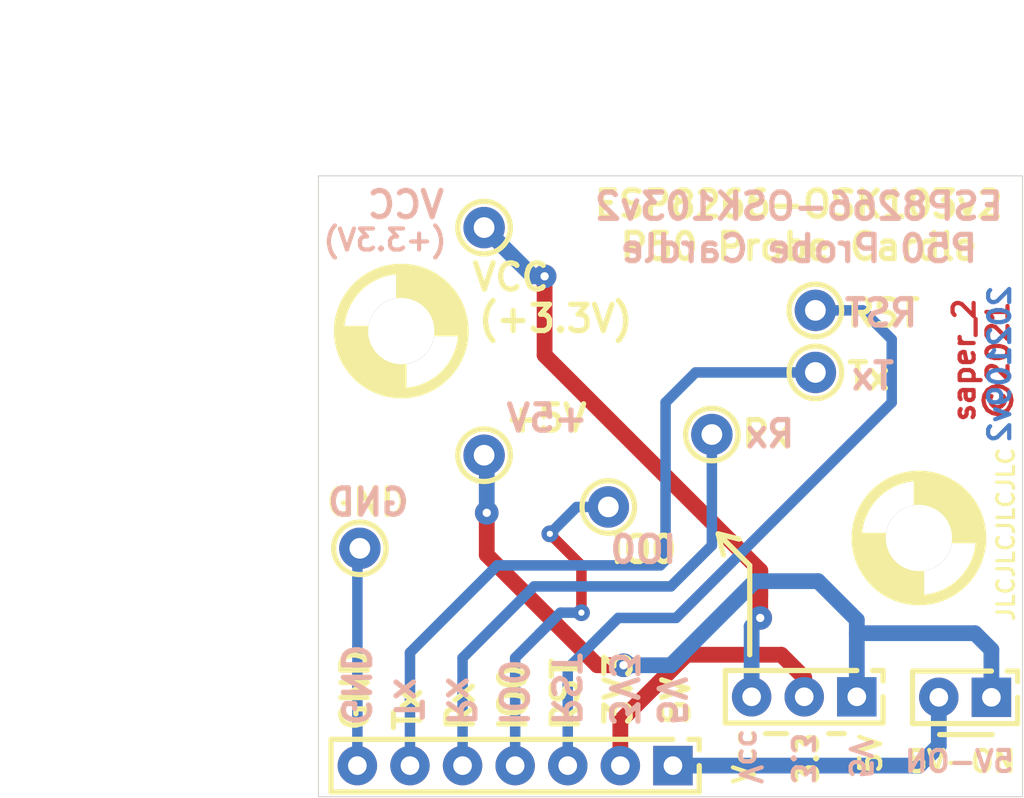
<source format=kicad_pcb>
(kicad_pcb (version 20171130) (host pcbnew "(5.1.10)-1")

  (general
    (thickness 1.6)
    (drawings 91)
    (tracks 67)
    (zones 0)
    (modules 12)
    (nets 10)
  )

  (page A4)
  (layers
    (0 F.Cu signal)
    (31 B.Cu signal)
    (32 B.Adhes user hide)
    (33 F.Adhes user hide)
    (34 B.Paste user hide)
    (35 F.Paste user hide)
    (36 B.SilkS user)
    (37 F.SilkS user)
    (38 B.Mask user)
    (39 F.Mask user)
    (40 Dwgs.User user)
    (41 Cmts.User user hide)
    (42 Eco1.User user hide)
    (43 Eco2.User user hide)
    (44 Edge.Cuts user)
    (45 Margin user)
    (46 B.CrtYd user hide)
    (47 F.CrtYd user hide)
    (48 B.Fab user hide)
    (49 F.Fab user hide)
  )

  (setup
    (last_trace_width 0.254)
    (user_trace_width 0.2032)
    (user_trace_width 0.254)
    (user_trace_width 0.3048)
    (user_trace_width 0.381)
    (user_trace_width 0.508)
    (user_trace_width 0.635)
    (user_trace_width 0.762)
    (user_trace_width 0.889)
    (trace_clearance 0.254)
    (zone_clearance 0.254)
    (zone_45_only no)
    (trace_min 0.2)
    (via_size 0.8128)
    (via_drill 0.3)
    (via_min_size 0.4)
    (via_min_drill 0.3)
    (user_via 0.8128 0.3)
    (user_via 1.143 0.4)
    (uvia_size 0.3)
    (uvia_drill 0.1)
    (uvias_allowed no)
    (uvia_min_size 0.2)
    (uvia_min_drill 0.1)
    (edge_width 0.05)
    (segment_width 0.2)
    (pcb_text_width 0.3)
    (pcb_text_size 1.5 1.5)
    (mod_edge_width 0.1524)
    (mod_text_size 1.016 1.016)
    (mod_text_width 0.2032)
    (pad_size 1.6 2)
    (pad_drill 0)
    (pad_to_mask_clearance 0)
    (aux_axis_origin 106 110)
    (grid_origin 106 110)
    (visible_elements 7FFFFF7F)
    (pcbplotparams
      (layerselection 0x030f0_ffffffff)
      (usegerberextensions false)
      (usegerberattributes false)
      (usegerberadvancedattributes false)
      (creategerberjobfile false)
      (excludeedgelayer true)
      (linewidth 0.100000)
      (plotframeref false)
      (viasonmask false)
      (mode 1)
      (useauxorigin false)
      (hpglpennumber 1)
      (hpglpenspeed 20)
      (hpglpendiameter 15.000000)
      (psnegative false)
      (psa4output false)
      (plotreference false)
      (plotvalue false)
      (plotinvisibletext false)
      (padsonsilk false)
      (subtractmaskfromsilk false)
      (outputformat 1)
      (mirror false)
      (drillshape 0)
      (scaleselection 1)
      (outputdirectory "out/"))
  )

  (net 0 "")
  (net 1 GND)
  (net 2 +5V)
  (net 3 VCC)
  (net 4 /RST)
  (net 5 /Rx)
  (net 6 /Tx)
  (net 7 /IO0)
  (net 8 /5V)
  (net 9 /3V3)

  (net_class Default "This is the default net class."
    (clearance 0.254)
    (trace_width 0.254)
    (via_dia 0.8128)
    (via_drill 0.3)
    (uvia_dia 0.3)
    (uvia_drill 0.1)
    (add_net +5V)
    (add_net /3V3)
    (add_net /5V)
    (add_net /IO0)
    (add_net /RST)
    (add_net /Rx)
    (add_net /Tx)
    (add_net GND)
    (add_net VCC)
  )

  (module MyConnectors:PAD_SpingProbe_R50-2C locked (layer F.Cu) (tedit 613BDB73) (tstamp 613C0FB1)
    (at 114 93.5)
    (path /61438285)
    (fp_text reference TP1 (at 1.27 0 unlocked) (layer F.SilkS) hide
      (effects (font (size 1.016 1.016) (thickness 0.2032)) (justify left))
    )
    (fp_text value TP (at 0 -0.508) (layer F.Fab) hide
      (effects (font (size 0.1 0.1) (thickness 0.01)))
    )
    (fp_circle (center 0 0) (end -1.27 0) (layer F.SilkS) (width 0.254))
    (pad 1 thru_hole circle (at 0 0) (size 2 2) (drill 1) (layers *.Cu *.Mask)
      (net 2 +5V))
    (model ${KISYS3DMOD}/Connectors/R50-2C+P50-B1.stp
      (offset (xyz 0 0 11))
      (scale (xyz 1 1 1))
      (rotate (xyz 0 180 0))
    )
  )

  (module MyConnectors:PAD_SpingProbe_R50-2C locked (layer F.Cu) (tedit 613BDB73) (tstamp 613C20A4)
    (at 114 82.5)
    (path /6142E35C)
    (fp_text reference TP2 (at 1.27 0 unlocked) (layer F.SilkS) hide
      (effects (font (size 1.016 1.016) (thickness 0.2032)) (justify left))
    )
    (fp_text value TP (at 0 -0.508) (layer F.Fab) hide
      (effects (font (size 0.1 0.1) (thickness 0.01)))
    )
    (fp_circle (center 0 0) (end -1.27 0) (layer F.SilkS) (width 0.254))
    (pad 1 thru_hole circle (at 0 0) (size 2 2) (drill 1) (layers *.Cu *.Mask)
      (net 3 VCC))
    (model ${KISYS3DMOD}/Connectors/R50-2C+P50-B1.stp
      (offset (xyz 0 0 11))
      (scale (xyz 1 1 1))
      (rotate (xyz 0 180 0))
    )
  )

  (module MyConnectors:PAD_SpingProbe_R50-2C locked (layer F.Cu) (tedit 613BDB73) (tstamp 613C20CB)
    (at 130 86.5)
    (path /6142FDDB)
    (fp_text reference TP3 (at 1.27 0 unlocked) (layer F.SilkS) hide
      (effects (font (size 1.016 1.016) (thickness 0.2032)) (justify left))
    )
    (fp_text value TP (at 0 -0.508) (layer F.Fab) hide
      (effects (font (size 0.1 0.1) (thickness 0.01)))
    )
    (fp_circle (center 0 0) (end -1.27 0) (layer F.SilkS) (width 0.254))
    (pad 1 thru_hole circle (at 0 0) (size 2 2) (drill 1) (layers *.Cu *.Mask)
      (net 4 /RST))
    (model ${KISYS3DMOD}/Connectors/R50-2C+P50-B1.stp
      (offset (xyz 0 0 11))
      (scale (xyz 1 1 1))
      (rotate (xyz 0 180 0))
    )
  )

  (module MyConnectors:PAD_SpingProbe_R50-2C locked (layer F.Cu) (tedit 613BDB73) (tstamp 613C0FC3)
    (at 120 96)
    (path /61430400)
    (fp_text reference TP4 (at 1.27 0 unlocked) (layer F.SilkS) hide
      (effects (font (size 1.016 1.016) (thickness 0.2032)) (justify left))
    )
    (fp_text value TP (at 0 -0.508) (layer F.Fab) hide
      (effects (font (size 0.1 0.1) (thickness 0.01)))
    )
    (fp_circle (center 0 0) (end -1.27 0) (layer F.SilkS) (width 0.254))
    (pad 1 thru_hole circle (at 0 0) (size 2 2) (drill 1) (layers *.Cu *.Mask)
      (net 7 /IO0))
    (model ${KISYS3DMOD}/Connectors/R50-2C+P50-B1.stp
      (offset (xyz 0 0 11))
      (scale (xyz 1 1 1))
      (rotate (xyz 0 180 0))
    )
  )

  (module MyConnectors:PAD_SpingProbe_R50-2C locked (layer F.Cu) (tedit 613BDB73) (tstamp 613C0FC9)
    (at 125 92.5)
    (path /61430739)
    (fp_text reference TP5 (at 1.27 0 unlocked) (layer F.SilkS) hide
      (effects (font (size 1.016 1.016) (thickness 0.2032)) (justify left))
    )
    (fp_text value TP (at 0 -0.508) (layer F.Fab) hide
      (effects (font (size 0.1 0.1) (thickness 0.01)))
    )
    (fp_circle (center 0 0) (end -1.27 0) (layer F.SilkS) (width 0.254))
    (pad 1 thru_hole circle (at 0 0) (size 2 2) (drill 1) (layers *.Cu *.Mask)
      (net 5 /Rx))
    (model ${KISYS3DMOD}/Connectors/R50-2C+P50-B1.stp
      (offset (xyz 0 0 11))
      (scale (xyz 1 1 1))
      (rotate (xyz 0 180 0))
    )
  )

  (module MyConnectors:PAD_SpingProbe_R50-2C locked (layer F.Cu) (tedit 613BDB73) (tstamp 613C0FCF)
    (at 130 89.5)
    (path /6143096A)
    (fp_text reference TP6 (at 1.27 0 unlocked) (layer F.SilkS) hide
      (effects (font (size 1.016 1.016) (thickness 0.2032)) (justify left))
    )
    (fp_text value TP (at 0 -0.508) (layer F.Fab) hide
      (effects (font (size 0.1 0.1) (thickness 0.01)))
    )
    (fp_circle (center 0 0) (end -1.27 0) (layer F.SilkS) (width 0.254))
    (pad 1 thru_hole circle (at 0 0) (size 2 2) (drill 1) (layers *.Cu *.Mask)
      (net 6 /Tx))
    (model ${KISYS3DMOD}/Connectors/R50-2C+P50-B1.stp
      (offset (xyz 0 0 11))
      (scale (xyz 1 1 1))
      (rotate (xyz 0 180 0))
    )
  )

  (module MyConnectors:PAD_SpingProbe_R50-2C locked (layer F.Cu) (tedit 613BDB73) (tstamp 613C0FD5)
    (at 108 98)
    (path /61430F1B)
    (fp_text reference TP7 (at 1.27 0 unlocked) (layer F.SilkS) hide
      (effects (font (size 1.016 1.016) (thickness 0.2032)) (justify left))
    )
    (fp_text value TP (at 0 -0.508) (layer F.Fab) hide
      (effects (font (size 0.1 0.1) (thickness 0.01)))
    )
    (fp_circle (center 0 0) (end -1.27 0) (layer F.SilkS) (width 0.254))
    (pad 1 thru_hole circle (at 0 0) (size 2 2) (drill 1) (layers *.Cu *.Mask)
      (net 1 GND))
    (model ${KISYS3DMOD}/Connectors/R50-2C+P50-B1.stp
      (offset (xyz 0 0 11))
      (scale (xyz 1 1 1))
      (rotate (xyz 0 180 0))
    )
  )

  (module MyMechanicals:MHOLE-3.2MM (layer F.Cu) (tedit 60903050) (tstamp 613C0F65)
    (at 135 97.5)
    (path /613C8AE7)
    (fp_text reference MH1 (at 0.508 4.064) (layer F.SilkS) hide
      (effects (font (size 1 1) (thickness 0.15)))
    )
    (fp_text value 3mm (at -0.254 -4.318) (layer F.Fab) hide
      (effects (font (size 1 1) (thickness 0.15)))
    )
    (fp_line (start 0 0) (end -0.508 2.794) (layer F.SilkS) (width 0.508))
    (fp_line (start 0 0) (end -0.762 2.54) (layer F.SilkS) (width 0.508))
    (fp_line (start 0 0) (end -1.016 2.54) (layer F.SilkS) (width 0.508))
    (fp_line (start 0 0) (end -1.27 2.54) (layer F.SilkS) (width 0.508))
    (fp_line (start 0 0) (end -1.524 2.286) (layer F.SilkS) (width 0.508))
    (fp_line (start 0 0) (end -1.778 2.032) (layer F.SilkS) (width 0.508))
    (fp_line (start 0 0) (end -2.032 1.778) (layer F.SilkS) (width 0.508))
    (fp_line (start 0 0) (end -2.286 1.524) (layer F.SilkS) (width 0.508))
    (fp_line (start 0 0) (end -2.54 1.27) (layer F.SilkS) (width 0.508))
    (fp_line (start 0 0) (end -2.54 1.016) (layer F.SilkS) (width 0.508))
    (fp_line (start 0 0) (end -2.794 0.762) (layer F.SilkS) (width 0.508))
    (fp_line (start 0 0) (end -2.794 0.508) (layer F.SilkS) (width 0.508))
    (fp_line (start 0 0) (end -2.794 0.254) (layer F.SilkS) (width 0.508))
    (fp_line (start 0 0) (end 2.794 -0.254) (layer F.SilkS) (width 0.508))
    (fp_line (start 0 0) (end 2.794 -0.762) (layer F.SilkS) (width 0.508))
    (fp_line (start 0 0) (end 2.54 -1.016) (layer F.SilkS) (width 0.508))
    (fp_line (start 0 0) (end 2.54 -1.524) (layer F.SilkS) (width 0.508))
    (fp_line (start 0 0) (end 2.286 -1.778) (layer F.SilkS) (width 0.508))
    (fp_line (start 0 0) (end 2.032 -2.032) (layer F.SilkS) (width 0.508))
    (fp_line (start 0 0) (end 1.778 -2.286) (layer F.SilkS) (width 0.508))
    (fp_line (start 0 0) (end 1.524 -2.54) (layer F.SilkS) (width 0.508))
    (fp_line (start 0 0) (end 0.762 -2.794) (layer F.SilkS) (width 0.508))
    (fp_line (start 0 0) (end 1.016 -2.54) (layer F.SilkS) (width 0.508))
    (fp_line (start 0 0) (end 0.508 -2.794) (layer F.SilkS) (width 0.508))
    (fp_line (start 0 0) (end 2.794 0) (layer F.SilkS) (width 0.508))
    (fp_line (start 0 0) (end -2.794 0) (layer F.SilkS) (width 0.508))
    (fp_line (start 0 0) (end 0 2.794) (layer F.SilkS) (width 0.508))
    (fp_line (start 0 0) (end 0 -2.794) (layer F.SilkS) (width 0.508))
    (fp_circle (center 0 0) (end 3 0) (layer F.SilkS) (width 0.508))
    (fp_circle (center 0 0) (end 3 0) (layer F.CrtYd) (width 0.254))
    (pad x thru_hole circle (at 0 0) (size 3.2 3.2) (drill 3.2) (layers *.Cu *.Mask F.SilkS))
  )

  (module MyMechanicals:MHOLE-3.2MM (layer F.Cu) (tedit 60903050) (tstamp 613C0FAB)
    (at 110 87.5)
    (path /613C950F)
    (fp_text reference MH3 (at 0.508 4.064) (layer F.SilkS) hide
      (effects (font (size 1 1) (thickness 0.15)))
    )
    (fp_text value 3mm (at -0.254 -4.318) (layer F.Fab) hide
      (effects (font (size 1 1) (thickness 0.15)))
    )
    (fp_line (start 0 0) (end -0.508 2.794) (layer F.SilkS) (width 0.508))
    (fp_line (start 0 0) (end -0.762 2.54) (layer F.SilkS) (width 0.508))
    (fp_line (start 0 0) (end -1.016 2.54) (layer F.SilkS) (width 0.508))
    (fp_line (start 0 0) (end -1.27 2.54) (layer F.SilkS) (width 0.508))
    (fp_line (start 0 0) (end -1.524 2.286) (layer F.SilkS) (width 0.508))
    (fp_line (start 0 0) (end -1.778 2.032) (layer F.SilkS) (width 0.508))
    (fp_line (start 0 0) (end -2.032 1.778) (layer F.SilkS) (width 0.508))
    (fp_line (start 0 0) (end -2.286 1.524) (layer F.SilkS) (width 0.508))
    (fp_line (start 0 0) (end -2.54 1.27) (layer F.SilkS) (width 0.508))
    (fp_line (start 0 0) (end -2.54 1.016) (layer F.SilkS) (width 0.508))
    (fp_line (start 0 0) (end -2.794 0.762) (layer F.SilkS) (width 0.508))
    (fp_line (start 0 0) (end -2.794 0.508) (layer F.SilkS) (width 0.508))
    (fp_line (start 0 0) (end -2.794 0.254) (layer F.SilkS) (width 0.508))
    (fp_line (start 0 0) (end 2.794 -0.254) (layer F.SilkS) (width 0.508))
    (fp_line (start 0 0) (end 2.794 -0.762) (layer F.SilkS) (width 0.508))
    (fp_line (start 0 0) (end 2.54 -1.016) (layer F.SilkS) (width 0.508))
    (fp_line (start 0 0) (end 2.54 -1.524) (layer F.SilkS) (width 0.508))
    (fp_line (start 0 0) (end 2.286 -1.778) (layer F.SilkS) (width 0.508))
    (fp_line (start 0 0) (end 2.032 -2.032) (layer F.SilkS) (width 0.508))
    (fp_line (start 0 0) (end 1.778 -2.286) (layer F.SilkS) (width 0.508))
    (fp_line (start 0 0) (end 1.524 -2.54) (layer F.SilkS) (width 0.508))
    (fp_line (start 0 0) (end 0.762 -2.794) (layer F.SilkS) (width 0.508))
    (fp_line (start 0 0) (end 1.016 -2.54) (layer F.SilkS) (width 0.508))
    (fp_line (start 0 0) (end 0.508 -2.794) (layer F.SilkS) (width 0.508))
    (fp_line (start 0 0) (end 2.794 0) (layer F.SilkS) (width 0.508))
    (fp_line (start 0 0) (end -2.794 0) (layer F.SilkS) (width 0.508))
    (fp_line (start 0 0) (end 0 2.794) (layer F.SilkS) (width 0.508))
    (fp_line (start 0 0) (end 0 -2.794) (layer F.SilkS) (width 0.508))
    (fp_circle (center 0 0) (end 3 0) (layer F.SilkS) (width 0.508))
    (fp_circle (center 0 0) (end 3 0) (layer F.CrtYd) (width 0.254))
    (pad x thru_hole circle (at 0 0) (size 3.2 3.2) (drill 3.2) (layers *.Cu *.Mask F.SilkS))
  )

  (module MyHeaders:HDR1X07_V (layer F.Cu) (tedit 613BC62B) (tstamp 613C1FFC)
    (at 123.12 108.5 270)
    (descr "Pin header, 2.54mm pitch, vertical")
    (tags "GOLDPIN 01X07")
    (path /613D1547)
    (fp_text reference J1 (at -1.27 -2.286 90) (layer F.SilkS) hide
      (effects (font (size 1.016 1.016) (thickness 0.2032)) (justify right))
    )
    (fp_text value PROG (at 0 -0.508 90) (layer F.Fab) hide
      (effects (font (size 0.0254 0.0254) (thickness 0.00254)))
    )
    (fp_line (start -1.397 16.637) (end -1.397 -1.397) (layer F.CrtYd) (width 0.0508))
    (fp_line (start 1.397 16.637) (end -1.397 16.637) (layer F.CrtYd) (width 0.0508))
    (fp_line (start 1.397 -1.397) (end 1.397 16.637) (layer F.CrtYd) (width 0.0508))
    (fp_line (start -1.397 -1.397) (end 1.397 -1.397) (layer F.CrtYd) (width 0.0508))
    (fp_line (start -1.27 -1.27) (end -1.27 -0.762) (layer F.SilkS) (width 0.254))
    (fp_line (start -1.27 -1.27) (end -0.762 -1.27) (layer F.SilkS) (width 0.254))
    (fp_line (start -1.27 0) (end -1.27 16.51) (layer F.SilkS) (width 0.254))
    (fp_line (start 1.27 -1.27) (end 0 -1.27) (layer F.SilkS) (width 0.254))
    (fp_line (start 1.27 16.51) (end 1.27 -1.27) (layer F.SilkS) (width 0.254))
    (fp_line (start -1.27 16.51) (end 1.27 16.51) (layer F.SilkS) (width 0.254))
    (pad 7 thru_hole circle (at 0 15.24 270) (size 1.905 1.905) (drill 0.9) (layers *.Cu *.Mask)
      (net 1 GND))
    (pad 1 thru_hole rect (at 0 0 270) (size 1.905 1.905) (drill 0.9) (layers *.Cu *.Mask)
      (net 8 /5V))
    (pad 2 thru_hole circle (at 0 2.54 270) (size 1.905 1.905) (drill 0.9) (layers *.Cu *.Mask)
      (net 9 /3V3))
    (pad 3 thru_hole circle (at 0 5.08 270) (size 1.905 1.905) (drill 0.9) (layers *.Cu *.Mask)
      (net 4 /RST))
    (pad 4 thru_hole circle (at 0 7.62 270) (size 1.905 1.905) (drill 0.9) (layers *.Cu *.Mask)
      (net 7 /IO0))
    (pad 5 thru_hole circle (at 0 10.16 270) (size 1.905 1.905) (drill 0.9) (layers *.Cu *.Mask)
      (net 5 /Rx))
    (pad 6 thru_hole circle (at 0 12.7 270) (size 1.905 1.905) (drill 0.9) (layers *.Cu *.Mask)
      (net 6 /Tx))
    (model ${KISYS3DMOD}/github/Connector_PinHeader_2.54mm.3dshapes/PinHeader_1x07_P2.54mm_Vertical.wrl
      (at (xyz 0 0 0))
      (scale (xyz 1 1 1))
      (rotate (xyz 0 0 0))
    )
  )

  (module MyHeaders:HDR1X03_V (layer F.Cu) (tedit 613BC58D) (tstamp 613C2020)
    (at 132 105.174 270)
    (descr "Pin header, 2.54mm pitch, vertical")
    (tags "GOLDPIN 1X03")
    (path /613CF35D)
    (fp_text reference JP1 (at -1.27 -2.286 90) (layer F.SilkS) hide
      (effects (font (size 1.016 1.016) (thickness 0.2032)) (justify right))
    )
    (fp_text value PowerSel (at 0 -0.508 90) (layer F.Fab) hide
      (effects (font (size 0.0254 0.0254) (thickness 0.00254)))
    )
    (fp_line (start -1.27 6.35) (end 1.27 6.35) (layer F.SilkS) (width 0.254))
    (fp_line (start 1.27 6.35) (end 1.27 -1.27) (layer F.SilkS) (width 0.254))
    (fp_line (start 1.27 -1.27) (end 0 -1.27) (layer F.SilkS) (width 0.254))
    (fp_line (start -1.27 0) (end -1.27 6.35) (layer F.SilkS) (width 0.254))
    (fp_line (start -1.27 -1.27) (end -0.762 -1.27) (layer F.SilkS) (width 0.254))
    (fp_line (start -1.27 -1.27) (end -1.27 -0.762) (layer F.SilkS) (width 0.254))
    (fp_line (start -1.397 -1.397) (end 1.397 -1.397) (layer F.CrtYd) (width 0.0508))
    (fp_line (start 1.397 -1.397) (end 1.397 6.477) (layer F.CrtYd) (width 0.0508))
    (fp_line (start 1.397 6.477) (end -1.397 6.477) (layer F.CrtYd) (width 0.0508))
    (fp_line (start -1.397 6.477) (end -1.397 -1.397) (layer F.CrtYd) (width 0.0508))
    (pad 1 thru_hole rect (at 0 0 270) (size 1.905 1.905) (drill 0.9) (layers *.Cu *.Mask)
      (net 2 +5V))
    (pad 2 thru_hole circle (at 0 2.54 270) (size 1.905 1.905) (drill 0.9) (layers *.Cu *.Mask)
      (net 9 /3V3))
    (pad 3 thru_hole circle (at 0 5.08 270) (size 1.905 1.905) (drill 0.9) (layers *.Cu *.Mask)
      (net 3 VCC))
    (model ${KISYS3DMOD}/github/Connector_PinHeader_2.54mm.3dshapes/PinHeader_1x03_P2.54mm_Vertical.wrl
      (at (xyz 0 0 0))
      (scale (xyz 1 1 1))
      (rotate (xyz 0 0 0))
    )
  )

  (module MyHeaders:HDR1X02_V (layer F.Cu) (tedit 60EB6AFF) (tstamp 613C2030)
    (at 138.5 105.2 270)
    (descr "Pin header, 2.54mm pitch, vertical")
    (tags "GOLDPIN 2X01 1X02")
    (path /613D25C1)
    (fp_text reference JP2 (at -1.294 -3.314 90) (layer F.SilkS) hide
      (effects (font (size 1.016 1.016) (thickness 0.2032)) (justify right))
    )
    (fp_text value 5V-ON (at 0 -1 90) (layer F.Fab) hide
      (effects (font (size 0.0254 0.0254) (thickness 0.00254)))
    )
    (fp_line (start -1.27 -1.27) (end -1.27 -0.762) (layer F.SilkS) (width 0.254))
    (fp_line (start -1.27 -1.27) (end -0.762 -1.27) (layer F.SilkS) (width 0.254))
    (fp_line (start -1.27 0) (end -1.27 3.81) (layer F.SilkS) (width 0.254))
    (fp_line (start 1.27 -1.27) (end 0 -1.27) (layer F.SilkS) (width 0.254))
    (fp_line (start 1.27 3.81) (end 1.27 -1.27) (layer F.SilkS) (width 0.254))
    (fp_line (start -1.27 3.81) (end 1.27 3.81) (layer F.SilkS) (width 0.254))
    (fp_line (start -1.397 -1.397) (end -1.397 3.937) (layer F.CrtYd) (width 0.05))
    (fp_line (start -1.397 3.937) (end 1.397 3.937) (layer F.CrtYd) (width 0.05))
    (fp_line (start 1.397 3.937) (end 1.397 -1.397) (layer F.CrtYd) (width 0.05))
    (fp_line (start 1.397 -1.397) (end -1.397 -1.397) (layer F.CrtYd) (width 0.05))
    (pad 2 thru_hole oval (at 0 2.54 270) (size 1.905 1.905) (drill 0.9) (layers *.Cu *.Mask)
      (net 8 /5V))
    (pad 1 thru_hole rect (at 0 0 270) (size 1.905 1.905) (drill 0.9) (layers *.Cu *.Mask)
      (net 2 +5V))
    (model ${KISYS3DMOD}/github/Connector_PinHeader_2.54mm.3dshapes/PinHeader_1x02_P2.54mm_Vertical.wrl
      (at (xyz 0 0 0))
      (scale (xyz 1 1 1))
      (rotate (xyz 0 0 0))
    )
  )

  (gr_text 202109v2 (at 138.9 89.1 90) (layer B.Mask) (tstamp 613C2849)
    (effects (font (size 1.016 1.016) (thickness 0.2032)) (justify mirror))
  )
  (gr_text 202109v2 (at 138.9 89.1 90) (layer B.Cu) (tstamp 613C2763)
    (effects (font (size 1.016 1.016) (thickness 0.2032)) (justify mirror))
  )
  (gr_text "saper_2\n©2021" (at 138 88.9 90) (layer F.Mask) (tstamp 613C275E)
    (effects (font (size 1.016 1.016) (thickness 0.2032)))
  )
  (gr_text "saper_2\n©2021" (at 138 88.9 90) (layer F.Cu)
    (effects (font (size 1.016 1.016) (thickness 0.2032)))
  )
  (gr_text "ESP8266-OSK103v2\nP50 Probe Cardle\n" (at 129.2 82.5) (layer B.SilkS) (tstamp 613C27E1)
    (effects (font (size 1.27 1.27) (thickness 0.254)) (justify mirror))
  )
  (gr_text "ESP8266-OSK103v2\nP50 Probe Cardle\n" (at 129.2 82.4) (layer F.SilkS) (tstamp 613C27E4)
    (effects (font (size 1.27 1.27) (thickness 0.254)))
  )
  (gr_text JLCJLCJLCJLC (at 139.2 101.6 90) (layer F.SilkS)
    (effects (font (size 0.8128 0.8128) (thickness 0.1524)) (justify left))
  )
  (gr_line (start 135 97.5) (end 135 87.5) (layer Dwgs.User) (width 0.15))
  (dimension 4 (width 0.15) (layer Dwgs.User)
    (gr_text "4 mm" (at 109 76.800001) (layer Dwgs.User)
      (effects (font (size 1 1) (thickness 0.15)))
    )
    (feature1 (pts (xy 106 80) (xy 106 77.51358)))
    (feature2 (pts (xy 110 80) (xy 110 77.51358)))
    (crossbar (pts (xy 110 78.100001) (xy 106 78.100001)))
    (arrow1a (pts (xy 106 78.100001) (xy 107.126504 77.51358)))
    (arrow1b (pts (xy 106 78.100001) (xy 107.126504 78.686422)))
    (arrow2a (pts (xy 110 78.100001) (xy 108.873496 77.51358)))
    (arrow2b (pts (xy 110 78.100001) (xy 108.873496 78.686422)))
  )
  (dimension 25 (width 0.15) (layer Dwgs.User) (tstamp 613C27DC)
    (gr_text "25.000 mm" (at 122.5 76.8) (layer Dwgs.User) (tstamp 613C27DC)
      (effects (font (size 1 1) (thickness 0.15)))
    )
    (feature1 (pts (xy 135 87.5) (xy 135 77.513579)))
    (feature2 (pts (xy 110 87.5) (xy 110 77.513579)))
    (crossbar (pts (xy 110 78.1) (xy 135 78.1)))
    (arrow1a (pts (xy 135 78.1) (xy 133.873496 78.686421)))
    (arrow1b (pts (xy 135 78.1) (xy 133.873496 77.513579)))
    (arrow2a (pts (xy 110 78.1) (xy 111.126504 78.686421)))
    (arrow2b (pts (xy 110 78.1) (xy 111.126504 77.513579)))
  )
  (dimension 10 (width 0.15) (layer Dwgs.User)
    (gr_text "10.000 mm" (at 102.3 92.5 90) (layer Dwgs.User)
      (effects (font (size 1 1) (thickness 0.15)))
    )
    (feature1 (pts (xy 104.2 87.5) (xy 103.013579 87.5)))
    (feature2 (pts (xy 104.2 97.5) (xy 103.013579 97.5)))
    (crossbar (pts (xy 103.6 97.5) (xy 103.6 87.5)))
    (arrow1a (pts (xy 103.6 87.5) (xy 104.186421 88.626504)))
    (arrow1b (pts (xy 103.6 87.5) (xy 103.013579 88.626504)))
    (arrow2a (pts (xy 103.6 97.5) (xy 104.186421 96.373496)))
    (arrow2b (pts (xy 103.6 97.5) (xy 103.013579 96.373496)))
  )
  (dimension 12.5 (width 0.15) (layer Dwgs.User)
    (gr_text "12.500 mm" (at 102.9 103.75 270) (layer Dwgs.User)
      (effects (font (size 1 1) (thickness 0.15)))
    )
    (feature1 (pts (xy 135 110) (xy 103.613579 110)))
    (feature2 (pts (xy 135 97.5) (xy 103.613579 97.5)))
    (crossbar (pts (xy 104.2 97.5) (xy 104.2 110)))
    (arrow1a (pts (xy 104.2 110) (xy 103.613579 108.873496)))
    (arrow1b (pts (xy 104.2 110) (xy 104.786421 108.873496)))
    (arrow2a (pts (xy 104.2 97.5) (xy 103.613579 98.626504)))
    (arrow2b (pts (xy 104.2 97.5) (xy 104.786421 98.626504)))
  )
  (dimension 22.5 (width 0.15) (layer Dwgs.User)
    (gr_text "22.500 mm" (at 99.7 98.75 270) (layer Dwgs.User)
      (effects (font (size 1 1) (thickness 0.15)))
    )
    (feature1 (pts (xy 110 110) (xy 100.413579 110)))
    (feature2 (pts (xy 110 87.5) (xy 100.413579 87.5)))
    (crossbar (pts (xy 101 87.5) (xy 101 110)))
    (arrow1a (pts (xy 101 110) (xy 100.413579 108.873496)))
    (arrow1b (pts (xy 101 110) (xy 101.586421 108.873496)))
    (arrow2a (pts (xy 101 87.5) (xy 100.413579 88.626504)))
    (arrow2b (pts (xy 101 87.5) (xy 101.586421 88.626504)))
  )
  (gr_text "(+3.3V)" (at 112.3 83.1) (layer B.SilkS) (tstamp 613C26B7)
    (effects (font (size 1.016 1.016) (thickness 0.2032)) (justify left mirror))
  )
  (gr_text VCC (at 112.2 81.4) (layer B.SilkS) (tstamp 613C2743)
    (effects (font (size 1.27 1.27) (thickness 0.254)) (justify left mirror))
  )
  (gr_text Tx (at 133.94 89.68) (layer B.SilkS) (tstamp 613C26A2)
    (effects (font (size 1.27 1.27) (thickness 0.254)) (justify left mirror))
  )
  (gr_text RST (at 135.064857 86.632) (layer B.SilkS) (tstamp 613C26A1)
    (effects (font (size 1.27 1.27) (thickness 0.254)) (justify left mirror))
  )
  (gr_text Rx (at 129.126095 92.474) (layer B.SilkS) (tstamp 613C2699)
    (effects (font (size 1.27 1.27) (thickness 0.254)) (justify left mirror))
  )
  (gr_text +5V (at 119.147524 91.712) (layer B.SilkS) (tstamp 613C2692)
    (effects (font (size 1.27 1.27) (thickness 0.254)) (justify left mirror))
  )
  (gr_text IO0 (at 123.429238 98.062) (layer B.SilkS) (tstamp 613C268C)
    (effects (font (size 1.27 1.27) (thickness 0.254)) (justify left mirror))
  )
  (gr_text GND (at 110.511524 95.776) (layer B.SilkS) (tstamp 613C2685)
    (effects (font (size 1.27 1.27) (thickness 0.254)) (justify left mirror))
  )
  (gr_text Tx (at 110.318 106.444 270) (layer B.SilkS) (tstamp 613C25D7)
    (effects (font (size 1.27 1.27) (thickness 0.254)) (justify left mirror))
  )
  (gr_text RST (at 117.938 106.698 270) (layer B.SilkS) (tstamp 613C25D6)
    (effects (font (size 1.27 1.27) (thickness 0.254)) (justify left mirror))
  )
  (gr_text Rx (at 112.858 106.698 270) (layer B.SilkS) (tstamp 613C25D5)
    (effects (font (size 1.27 1.27) (thickness 0.254)) (justify left mirror))
  )
  (gr_text GND (at 107.778 106.698 270) (layer B.SilkS) (tstamp 613C25D4)
    (effects (font (size 1.27 1.27) (thickness 0.254)) (justify left mirror))
  )
  (gr_text IO0 (at 115.398 106.698 270) (layer B.SilkS) (tstamp 613C25D3)
    (effects (font (size 1.27 1.27) (thickness 0.254)) (justify left mirror))
  )
  (gr_text 3V3 (at 120.732 106.698 270) (layer B.SilkS) (tstamp 613C25D2)
    (effects (font (size 1.27 1.27) (thickness 0.254)) (justify left mirror))
  )
  (gr_text 5V (at 123.030095 106.698 270) (layer B.SilkS) (tstamp 613C25D1)
    (effects (font (size 1.27 1.27) (thickness 0.254)) (justify left mirror))
  )
  (gr_text 5V-ON (at 139.7 108.3) (layer B.SilkS) (tstamp 613C25C3)
    (effects (font (size 1.016 1.016) (thickness 0.2032)) (justify left mirror))
  )
  (gr_text 3.3 (at 129.368 109.492 270) (layer B.SilkS) (tstamp 613C25AE)
    (effects (font (size 1.016 1.016) (thickness 0.2032)) (justify left mirror))
  )
  (gr_text Vcc (at 126.849771 109.492 270) (layer B.SilkS) (tstamp 613C25AD)
    (effects (font (size 1.016 1.016) (thickness 0.2032)) (justify left mirror))
  )
  (gr_text 5V (at 132.162 109.238 270) (layer B.SilkS) (tstamp 613C25AC)
    (effects (font (size 1.016 1.016) (thickness 0.2032)) (justify left mirror))
  )
  (gr_text 5V-ON (at 134.3 108.3) (layer F.SilkS) (tstamp 613C25A0)
    (effects (font (size 1.016 1.016) (thickness 0.2032)) (justify left))
  )
  (gr_line (start 136 107) (end 138.54 107) (layer F.SilkS) (width 0.254) (tstamp 613C259A))
  (gr_line (start 130.638 106.952) (end 131.4 106.952) (layer F.SilkS) (width 0.254))
  (gr_line (start 127.59 106.952) (end 128.606 106.952) (layer F.SilkS) (width 0.254))
  (gr_line (start 125.304 97.3) (end 125.558 98.316) (layer F.SilkS) (width 0.254))
  (gr_line (start 125.304 97.3) (end 126.32 97.554) (layer F.SilkS) (width 0.254))
  (gr_line (start 126.828 98.824) (end 125.304 97.3) (layer F.SilkS) (width 0.254))
  (gr_line (start 126.828 103.142) (end 126.828 98.824) (layer F.SilkS) (width 0.254))
  (gr_text Vcc (at 126.574 109.492 90) (layer F.SilkS) (tstamp 613C253D)
    (effects (font (size 1.016 1.016) (thickness 0.2032)) (justify left))
  )
  (gr_text 3.3 (at 129.622 109.492 90) (layer F.SilkS) (tstamp 613C2532)
    (effects (font (size 1.016 1.016) (thickness 0.2032)) (justify left))
  )
  (gr_text 5V (at 132.67 108.984 90) (layer F.SilkS) (tstamp 613C252E)
    (effects (font (size 1.016 1.016) (thickness 0.2032)) (justify left))
  )
  (gr_text "(+3.3V)" (at 113.6 86.9) (layer F.SilkS) (tstamp 613C2529)
    (effects (font (size 1.27 1.27) (thickness 0.254)) (justify left))
  )
  (gr_text GND (at 107.778 106.952 90) (layer F.SilkS) (tstamp 613C2510)
    (effects (font (size 1.27 1.27) (thickness 0.254)) (justify left))
  )
  (gr_text Tx (at 110.318 106.952 90) (layer F.SilkS) (tstamp 613C250E)
    (effects (font (size 1.27 1.27) (thickness 0.254)) (justify left))
  )
  (gr_text Rx (at 112.858 106.952 90) (layer F.SilkS) (tstamp 613C250C)
    (effects (font (size 1.27 1.27) (thickness 0.254)) (justify left))
  )
  (gr_text IO0 (at 115.398 106.952 90) (layer F.SilkS) (tstamp 613C250A)
    (effects (font (size 1.27 1.27) (thickness 0.254)) (justify left))
  )
  (gr_text RST (at 117.938 106.952 90) (layer F.SilkS) (tstamp 613C2507)
    (effects (font (size 1.27 1.27) (thickness 0.254)) (justify left))
  )
  (gr_text 5V (at 123.272 106.698 90) (layer F.SilkS) (tstamp 613C2504)
    (effects (font (size 1.27 1.27) (thickness 0.254)) (justify left))
  )
  (gr_text 3V3 (at 120.478 106.698 90) (layer F.SilkS) (tstamp 613C24FF)
    (effects (font (size 1.27 1.27) (thickness 0.254)) (justify left))
  )
  (gr_text VCC (at 113.3 84.9) (layer F.SilkS) (tstamp 613C24FC)
    (effects (font (size 1.27 1.27) (thickness 0.254)) (justify left))
  )
  (gr_text RST (at 131.4 86.632) (layer F.SilkS) (tstamp 613C24F9)
    (effects (font (size 1.27 1.27) (thickness 0.254)) (justify left))
  )
  (gr_text Tx (at 131.4 89.68) (layer F.SilkS) (tstamp 613C24F6)
    (effects (font (size 1.27 1.27) (thickness 0.254)) (justify left))
  )
  (gr_text Rx (at 126.32 92.474) (layer F.SilkS) (tstamp 613C24F3)
    (effects (font (size 1.27 1.27) (thickness 0.254)) (justify left))
  )
  (gr_text IO0 (at 119.97 98.062) (layer F.SilkS) (tstamp 613C24F0)
    (effects (font (size 1.27 1.27) (thickness 0.254)) (justify left))
  )
  (gr_text +5V (at 114.89 91.712) (layer F.SilkS) (tstamp 613C24EC)
    (effects (font (size 1.27 1.27) (thickness 0.254)) (justify left))
  )
  (gr_text GND (at 106.254 95.776) (layer F.SilkS) (tstamp 613C2682)
    (effects (font (size 1.27 1.27) (thickness 0.254)) (justify left))
  )
  (dimension 30 (width 0.15) (layer Dwgs.User)
    (gr_text "30.000 mm" (at 94.286 95 270) (layer Dwgs.User)
      (effects (font (size 1 1) (thickness 0.15)))
    )
    (feature1 (pts (xy 106 110) (xy 94.999579 110)))
    (feature2 (pts (xy 106 80) (xy 94.999579 80)))
    (crossbar (pts (xy 95.586 80) (xy 95.586 110)))
    (arrow1a (pts (xy 95.586 110) (xy 94.999579 108.873496)))
    (arrow1b (pts (xy 95.586 110) (xy 96.172421 108.873496)))
    (arrow2a (pts (xy 95.586 80) (xy 94.999579 81.126504)))
    (arrow2b (pts (xy 95.586 80) (xy 96.172421 81.126504)))
  )
  (dimension 34 (width 0.15) (layer Dwgs.User)
    (gr_text "34.000 mm" (at 123 72.2) (layer Dwgs.User)
      (effects (font (size 1 1) (thickness 0.15)))
    )
    (feature1 (pts (xy 140 80) (xy 140 72.913579)))
    (feature2 (pts (xy 106 80) (xy 106 72.913579)))
    (crossbar (pts (xy 106 73.5) (xy 140 73.5)))
    (arrow1a (pts (xy 140 73.5) (xy 138.873496 74.086421)))
    (arrow1b (pts (xy 140 73.5) (xy 138.873496 72.913579)))
    (arrow2a (pts (xy 106 73.5) (xy 107.126504 74.086421)))
    (arrow2b (pts (xy 106 73.5) (xy 107.126504 72.913579)))
  )
  (gr_line (start 106 80) (end 106 110) (layer Edge.Cuts) (width 0.05) (tstamp 613C242C))
  (gr_line (start 140 80) (end 106 80) (layer Edge.Cuts) (width 0.05))
  (gr_line (start 140 110) (end 140 80) (layer Edge.Cuts) (width 0.05))
  (gr_line (start 106 110) (end 140 110) (layer Edge.Cuts) (width 0.05))
  (gr_line (start 140 110) (end 140 80) (layer Margin) (width 0.15))
  (gr_line (start 106 110) (end 140 110) (layer Margin) (width 0.15))
  (gr_line (start 106 80) (end 140 80) (layer Margin) (width 0.15))
  (gr_line (start 106 110) (end 106 80) (layer Margin) (width 0.15) (tstamp 613C2439))
  (gr_text 3V3 (at 114.1 84.5) (layer B.Fab)
    (effects (font (size 1 1) (thickness 0.15)) (justify mirror))
  )
  (gr_text RST (at 127.8 86.6) (layer B.Fab)
    (effects (font (size 1 1) (thickness 0.15)) (justify mirror))
  )
  (gr_text TX (at 128.3 89.6) (layer B.Fab)
    (effects (font (size 1 1) (thickness 0.15)) (justify mirror))
  )
  (gr_text RX (at 125 93.9) (layer B.Fab)
    (effects (font (size 1 1) (thickness 0.15)) (justify mirror))
  )
  (gr_text IO0 (at 120.3 94.5) (layer B.Fab)
    (effects (font (size 1 1) (thickness 0.15)) (justify mirror))
  )
  (gr_text 5V (at 112.1 93.4) (layer B.Fab)
    (effects (font (size 1 1) (thickness 0.15)) (justify mirror))
  )
  (gr_text GND (at 108 95.9) (layer B.Fab)
    (effects (font (size 1 1) (thickness 0.15)) (justify mirror))
  )
  (gr_line (start 109.1 98) (end 107 98) (layer B.Fab) (width 0.15))
  (gr_line (start 108 99) (end 108 96.9) (layer B.Fab) (width 0.15))
  (gr_line (start 112.9 82.5) (end 115.1 82.5) (layer B.Fab) (width 0.15))
  (gr_line (start 114 83.6) (end 114 81.4) (layer B.Fab) (width 0.15))
  (gr_line (start 113.4 93.5) (end 114.6 93.5) (layer B.Fab) (width 0.15))
  (gr_line (start 114 92.9) (end 114 94.1) (layer B.Fab) (width 0.15))
  (gr_line (start 119.4 96) (end 120.6 96) (layer B.Fab) (width 0.15))
  (gr_line (start 120 95.3) (end 120 96.6) (layer B.Fab) (width 0.15))
  (gr_line (start 124.4 92.5) (end 125.6 92.5) (layer B.Fab) (width 0.15))
  (gr_line (start 125 91.9) (end 125 93.1) (layer B.Fab) (width 0.15))
  (gr_line (start 130 87.1) (end 130 85.9) (layer B.Fab) (width 0.15))
  (gr_line (start 129.3 86.5) (end 130.6 86.5) (layer B.Fab) (width 0.15))
  (gr_line (start 129.4 89.5) (end 130.6 89.5) (layer B.Fab) (width 0.15))
  (gr_line (start 130 88.7) (end 130 90.2) (layer B.Fab) (width 0.15))
  (gr_line (start 133 99) (end 133 78) (layer Cmts.User) (width 0.15))
  (gr_line (start 100 88.5) (end 140 88.5) (layer Cmts.User) (width 0.0254) (tstamp 60C56CC8))

  (segment (start 107.88 98.12) (end 108 98) (width 0.508) (layer B.Cu) (net 1))
  (segment (start 107.88 108.5) (end 107.88 98.12) (width 0.508) (layer B.Cu) (net 1))
  (via (at 120.732 103.65) (size 1.143) (drill 0.4) (layers F.Cu B.Cu) (net 2))
  (segment (start 119.462 103.65) (end 114.128 98.316) (width 0.762) (layer F.Cu) (net 2))
  (segment (start 120.732 103.65) (end 119.462 103.65) (width 0.762) (layer F.Cu) (net 2))
  (segment (start 114.128 98.316) (end 114.128 96.284) (width 0.762) (layer F.Cu) (net 2))
  (via (at 114.128 96.284) (size 1.143) (drill 0.4) (layers F.Cu B.Cu) (net 2))
  (segment (start 114.128 93.628) (end 114 93.5) (width 0.762) (layer B.Cu) (net 2))
  (segment (start 114.128 96.284) (end 114.128 93.628) (width 0.762) (layer B.Cu) (net 2))
  (segment (start 123.018 103.65) (end 120.732 103.65) (width 0.762) (layer B.Cu) (net 2))
  (segment (start 127.082 99.586) (end 123.018 103.65) (width 0.762) (layer B.Cu) (net 2))
  (segment (start 130.13 99.586) (end 127.082 99.586) (width 0.762) (layer B.Cu) (net 2))
  (segment (start 132 101.456) (end 130.13 99.586) (width 0.762) (layer B.Cu) (net 2))
  (segment (start 138.5 105.2) (end 138.5 102.9) (width 0.762) (layer B.Cu) (net 2))
  (segment (start 137.7 102.1) (end 132 102.1) (width 0.762) (layer B.Cu) (net 2))
  (segment (start 138.5 102.9) (end 137.7 102.1) (width 0.762) (layer B.Cu) (net 2))
  (segment (start 132 102.1) (end 132 101.456) (width 0.762) (layer B.Cu) (net 2))
  (segment (start 132 105.174) (end 132 102.1) (width 0.762) (layer B.Cu) (net 2))
  (via (at 116.922 84.854) (size 1.143) (drill 0.4) (layers F.Cu B.Cu) (net 3))
  (segment (start 116.354 84.854) (end 114 82.5) (width 0.762) (layer B.Cu) (net 3))
  (segment (start 116.922 84.854) (end 116.354 84.854) (width 0.762) (layer B.Cu) (net 3))
  (segment (start 116.922 88.664) (end 127.336 99.078) (width 0.762) (layer F.Cu) (net 3))
  (segment (start 116.922 84.854) (end 116.922 88.664) (width 0.762) (layer F.Cu) (net 3))
  (segment (start 127.336 99.078) (end 127.336 101.364) (width 0.762) (layer F.Cu) (net 3))
  (via (at 127.336 101.364) (size 1.143) (drill 0.4) (layers F.Cu B.Cu) (net 3))
  (segment (start 127.336 99.078) (end 127.336 99.586) (width 0.762) (layer F.Cu) (net 3))
  (segment (start 127.336 99.586) (end 127.336 100.348) (width 0.762) (layer F.Cu) (net 3))
  (segment (start 126.92 101.78) (end 127.336 101.364) (width 0.762) (layer B.Cu) (net 3))
  (segment (start 126.92 105.174) (end 126.92 101.78) (width 0.762) (layer B.Cu) (net 3))
  (segment (start 118.04 103.802) (end 118.04 108.5) (width 0.508) (layer B.Cu) (net 4))
  (segment (start 120.478 101.364) (end 118.04 103.802) (width 0.508) (layer B.Cu) (net 4))
  (segment (start 123.272 101.364) (end 120.478 101.364) (width 0.508) (layer B.Cu) (net 4))
  (segment (start 133.686 90.95) (end 123.272 101.364) (width 0.508) (layer B.Cu) (net 4))
  (segment (start 133.686 87.902) (end 133.686 90.95) (width 0.508) (layer B.Cu) (net 4))
  (segment (start 132.284 86.5) (end 133.686 87.902) (width 0.508) (layer B.Cu) (net 4))
  (segment (start 130 86.5) (end 132.284 86.5) (width 0.508) (layer B.Cu) (net 4))
  (segment (start 112.96 108.5) (end 112.96 103.294) (width 0.508) (layer B.Cu) (net 5))
  (segment (start 112.96 103.294) (end 116.414 99.84) (width 0.508) (layer B.Cu) (net 5))
  (segment (start 116.414 99.84) (end 123.018 99.84) (width 0.508) (layer B.Cu) (net 5))
  (segment (start 125 97.858) (end 125 92.5) (width 0.508) (layer B.Cu) (net 5))
  (segment (start 123.018 99.84) (end 125 97.858) (width 0.508) (layer B.Cu) (net 5))
  (segment (start 110.42 108.5) (end 110.42 103.04) (width 0.508) (layer B.Cu) (net 6))
  (segment (start 110.42 103.04) (end 114.636 98.824) (width 0.508) (layer B.Cu) (net 6))
  (segment (start 114.636 98.824) (end 122.51 98.824) (width 0.508) (layer B.Cu) (net 6))
  (segment (start 122.51 98.824) (end 122.764 98.57) (width 0.508) (layer B.Cu) (net 6))
  (segment (start 122.764 98.57) (end 122.764 90.95) (width 0.508) (layer B.Cu) (net 6))
  (segment (start 124.214 89.5) (end 130 89.5) (width 0.508) (layer B.Cu) (net 6))
  (segment (start 122.764 90.95) (end 124.214 89.5) (width 0.508) (layer B.Cu) (net 6))
  (segment (start 115.5 108.5) (end 115.5 103.294) (width 0.508) (layer B.Cu) (net 7))
  (via (at 117.176 97.3) (size 0.8128) (drill 0.3) (layers F.Cu B.Cu) (net 7))
  (segment (start 118.476 96) (end 117.176 97.3) (width 0.508) (layer B.Cu) (net 7))
  (segment (start 120 96) (end 118.476 96) (width 0.508) (layer B.Cu) (net 7))
  (segment (start 116.668 102.126) (end 117.684 101.11) (width 0.508) (layer B.Cu) (net 7))
  (segment (start 115.5 103.294) (end 116.668 102.126) (width 0.508) (layer B.Cu) (net 7))
  (segment (start 116.668 102.126) (end 117.176 101.618) (width 0.508) (layer B.Cu) (net 7))
  (via (at 118.7 101.11) (size 0.8128) (drill 0.3) (layers F.Cu B.Cu) (net 7))
  (segment (start 117.684 101.11) (end 118.7 101.11) (width 0.508) (layer B.Cu) (net 7))
  (segment (start 118.7 98.824) (end 117.176 97.3) (width 0.508) (layer F.Cu) (net 7))
  (segment (start 118.7 101.11) (end 118.7 98.824) (width 0.508) (layer F.Cu) (net 7))
  (segment (start 123.12 108.5) (end 135 108.5) (width 0.762) (layer B.Cu) (net 8))
  (segment (start 135.96 107.54) (end 135.96 105.2) (width 0.762) (layer B.Cu) (net 8))
  (segment (start 135 108.5) (end 135.96 107.54) (width 0.762) (layer B.Cu) (net 8))
  (segment (start 129.46 104.25) (end 128.352 103.142) (width 0.762) (layer F.Cu) (net 9))
  (segment (start 128.352 103.142) (end 123.78 103.142) (width 0.762) (layer F.Cu) (net 9))
  (segment (start 120.58 106.342) (end 120.58 108.5) (width 0.762) (layer F.Cu) (net 9))
  (segment (start 123.78 103.142) (end 120.58 106.342) (width 0.762) (layer F.Cu) (net 9))
  (segment (start 129.46 105.174) (end 129.46 104.25) (width 0.762) (layer F.Cu) (net 9))

)

</source>
